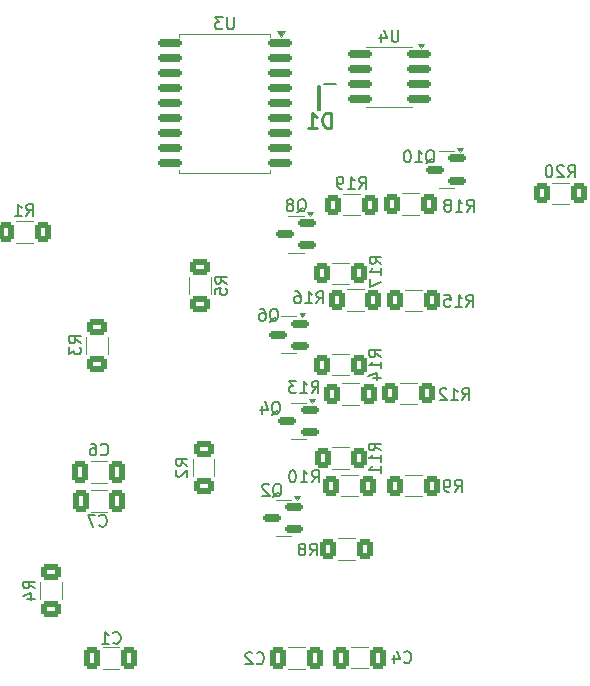
<source format=gbr>
%TF.GenerationSoftware,KiCad,Pcbnew,8.0.1-rc1*%
%TF.CreationDate,2024-06-22T18:18:56-07:00*%
%TF.ProjectId,AMS - CANBus - RGB - Nchannel,414d5320-2d20-4434-914e-427573202d20,rev?*%
%TF.SameCoordinates,Original*%
%TF.FileFunction,Legend,Bot*%
%TF.FilePolarity,Positive*%
%FSLAX46Y46*%
G04 Gerber Fmt 4.6, Leading zero omitted, Abs format (unit mm)*
G04 Created by KiCad (PCBNEW 8.0.1-rc1) date 2024-06-22 18:18:56*
%MOMM*%
%LPD*%
G01*
G04 APERTURE LIST*
G04 Aperture macros list*
%AMRoundRect*
0 Rectangle with rounded corners*
0 $1 Rounding radius*
0 $2 $3 $4 $5 $6 $7 $8 $9 X,Y pos of 4 corners*
0 Add a 4 corners polygon primitive as box body*
4,1,4,$2,$3,$4,$5,$6,$7,$8,$9,$2,$3,0*
0 Add four circle primitives for the rounded corners*
1,1,$1+$1,$2,$3*
1,1,$1+$1,$4,$5*
1,1,$1+$1,$6,$7*
1,1,$1+$1,$8,$9*
0 Add four rect primitives between the rounded corners*
20,1,$1+$1,$2,$3,$4,$5,0*
20,1,$1+$1,$4,$5,$6,$7,0*
20,1,$1+$1,$6,$7,$8,$9,0*
20,1,$1+$1,$8,$9,$2,$3,0*%
G04 Aperture macros list end*
%ADD10C,0.150000*%
%ADD11C,0.254000*%
%ADD12C,0.120000*%
%ADD13C,0.200000*%
%ADD14R,1.920000X1.920000*%
%ADD15C,1.920000*%
%ADD16C,1.600000*%
%ADD17O,1.600000X1.600000*%
%ADD18R,2.200000X2.200000*%
%ADD19O,2.200000X2.200000*%
%ADD20C,2.200000*%
%ADD21R,2.600000X2.600000*%
%ADD22C,2.600000*%
%ADD23R,1.700000X1.700000*%
%ADD24O,1.700000X1.700000*%
%ADD25C,2.400000*%
%ADD26R,1.150000X1.150000*%
%ADD27C,1.150000*%
%ADD28R,1.600000X1.600000*%
%ADD29C,1.500000*%
%ADD30R,1.500000X1.500000*%
%ADD31RoundRect,0.250000X0.400000X0.625000X-0.400000X0.625000X-0.400000X-0.625000X0.400000X-0.625000X0*%
%ADD32RoundRect,0.250000X-0.412500X-0.650000X0.412500X-0.650000X0.412500X0.650000X-0.412500X0.650000X0*%
%ADD33RoundRect,0.150000X0.825000X0.150000X-0.825000X0.150000X-0.825000X-0.150000X0.825000X-0.150000X0*%
%ADD34RoundRect,0.150000X0.587500X0.150000X-0.587500X0.150000X-0.587500X-0.150000X0.587500X-0.150000X0*%
%ADD35RoundRect,0.250000X-0.625000X0.400000X-0.625000X-0.400000X0.625000X-0.400000X0.625000X0.400000X0*%
%ADD36RoundRect,0.250000X0.412500X0.650000X-0.412500X0.650000X-0.412500X-0.650000X0.412500X-0.650000X0*%
%ADD37RoundRect,0.150000X0.875000X0.150000X-0.875000X0.150000X-0.875000X-0.150000X0.875000X-0.150000X0*%
%ADD38RoundRect,0.250000X0.625000X-0.400000X0.625000X0.400000X-0.625000X0.400000X-0.625000X-0.400000X0*%
%ADD39R,1.000000X0.550000*%
G04 APERTURE END LIST*
D10*
X175862457Y-76472719D02*
X176195790Y-75996528D01*
X176433885Y-76472719D02*
X176433885Y-75472719D01*
X176433885Y-75472719D02*
X176052933Y-75472719D01*
X176052933Y-75472719D02*
X175957695Y-75520338D01*
X175957695Y-75520338D02*
X175910076Y-75567957D01*
X175910076Y-75567957D02*
X175862457Y-75663195D01*
X175862457Y-75663195D02*
X175862457Y-75806052D01*
X175862457Y-75806052D02*
X175910076Y-75901290D01*
X175910076Y-75901290D02*
X175957695Y-75948909D01*
X175957695Y-75948909D02*
X176052933Y-75996528D01*
X176052933Y-75996528D02*
X176433885Y-75996528D01*
X175481504Y-75567957D02*
X175433885Y-75520338D01*
X175433885Y-75520338D02*
X175338647Y-75472719D01*
X175338647Y-75472719D02*
X175100552Y-75472719D01*
X175100552Y-75472719D02*
X175005314Y-75520338D01*
X175005314Y-75520338D02*
X174957695Y-75567957D01*
X174957695Y-75567957D02*
X174910076Y-75663195D01*
X174910076Y-75663195D02*
X174910076Y-75758433D01*
X174910076Y-75758433D02*
X174957695Y-75901290D01*
X174957695Y-75901290D02*
X175529123Y-76472719D01*
X175529123Y-76472719D02*
X174910076Y-76472719D01*
X174291028Y-75472719D02*
X174195790Y-75472719D01*
X174195790Y-75472719D02*
X174100552Y-75520338D01*
X174100552Y-75520338D02*
X174052933Y-75567957D01*
X174052933Y-75567957D02*
X174005314Y-75663195D01*
X174005314Y-75663195D02*
X173957695Y-75853671D01*
X173957695Y-75853671D02*
X173957695Y-76091766D01*
X173957695Y-76091766D02*
X174005314Y-76282242D01*
X174005314Y-76282242D02*
X174052933Y-76377480D01*
X174052933Y-76377480D02*
X174100552Y-76425100D01*
X174100552Y-76425100D02*
X174195790Y-76472719D01*
X174195790Y-76472719D02*
X174291028Y-76472719D01*
X174291028Y-76472719D02*
X174386266Y-76425100D01*
X174386266Y-76425100D02*
X174433885Y-76377480D01*
X174433885Y-76377480D02*
X174481504Y-76282242D01*
X174481504Y-76282242D02*
X174529123Y-76091766D01*
X174529123Y-76091766D02*
X174529123Y-75853671D01*
X174529123Y-75853671D02*
X174481504Y-75663195D01*
X174481504Y-75663195D02*
X174433885Y-75567957D01*
X174433885Y-75567957D02*
X174386266Y-75520338D01*
X174386266Y-75520338D02*
X174291028Y-75472719D01*
X154556466Y-87149201D02*
X154889799Y-86673010D01*
X155127894Y-87149201D02*
X155127894Y-86149201D01*
X155127894Y-86149201D02*
X154746942Y-86149201D01*
X154746942Y-86149201D02*
X154651704Y-86196820D01*
X154651704Y-86196820D02*
X154604085Y-86244439D01*
X154604085Y-86244439D02*
X154556466Y-86339677D01*
X154556466Y-86339677D02*
X154556466Y-86482534D01*
X154556466Y-86482534D02*
X154604085Y-86577772D01*
X154604085Y-86577772D02*
X154651704Y-86625391D01*
X154651704Y-86625391D02*
X154746942Y-86673010D01*
X154746942Y-86673010D02*
X155127894Y-86673010D01*
X153604085Y-87149201D02*
X154175513Y-87149201D01*
X153889799Y-87149201D02*
X153889799Y-86149201D01*
X153889799Y-86149201D02*
X153985037Y-86292058D01*
X153985037Y-86292058D02*
X154080275Y-86387296D01*
X154080275Y-86387296D02*
X154175513Y-86434915D01*
X152746942Y-86149201D02*
X152937418Y-86149201D01*
X152937418Y-86149201D02*
X153032656Y-86196820D01*
X153032656Y-86196820D02*
X153080275Y-86244439D01*
X153080275Y-86244439D02*
X153175513Y-86387296D01*
X153175513Y-86387296D02*
X153223132Y-86577772D01*
X153223132Y-86577772D02*
X153223132Y-86958724D01*
X153223132Y-86958724D02*
X153175513Y-87053962D01*
X153175513Y-87053962D02*
X153127894Y-87101582D01*
X153127894Y-87101582D02*
X153032656Y-87149201D01*
X153032656Y-87149201D02*
X152842180Y-87149201D01*
X152842180Y-87149201D02*
X152746942Y-87101582D01*
X152746942Y-87101582D02*
X152699323Y-87053962D01*
X152699323Y-87053962D02*
X152651704Y-86958724D01*
X152651704Y-86958724D02*
X152651704Y-86720629D01*
X152651704Y-86720629D02*
X152699323Y-86625391D01*
X152699323Y-86625391D02*
X152746942Y-86577772D01*
X152746942Y-86577772D02*
X152842180Y-86530153D01*
X152842180Y-86530153D02*
X153032656Y-86530153D01*
X153032656Y-86530153D02*
X153127894Y-86577772D01*
X153127894Y-86577772D02*
X153175513Y-86625391D01*
X153175513Y-86625391D02*
X153223132Y-86720629D01*
X166895029Y-95346774D02*
X167228362Y-94870583D01*
X167466457Y-95346774D02*
X167466457Y-94346774D01*
X167466457Y-94346774D02*
X167085505Y-94346774D01*
X167085505Y-94346774D02*
X166990267Y-94394393D01*
X166990267Y-94394393D02*
X166942648Y-94442012D01*
X166942648Y-94442012D02*
X166895029Y-94537250D01*
X166895029Y-94537250D02*
X166895029Y-94680107D01*
X166895029Y-94680107D02*
X166942648Y-94775345D01*
X166942648Y-94775345D02*
X166990267Y-94822964D01*
X166990267Y-94822964D02*
X167085505Y-94870583D01*
X167085505Y-94870583D02*
X167466457Y-94870583D01*
X165942648Y-95346774D02*
X166514076Y-95346774D01*
X166228362Y-95346774D02*
X166228362Y-94346774D01*
X166228362Y-94346774D02*
X166323600Y-94489631D01*
X166323600Y-94489631D02*
X166418838Y-94584869D01*
X166418838Y-94584869D02*
X166514076Y-94632488D01*
X165561695Y-94442012D02*
X165514076Y-94394393D01*
X165514076Y-94394393D02*
X165418838Y-94346774D01*
X165418838Y-94346774D02*
X165180743Y-94346774D01*
X165180743Y-94346774D02*
X165085505Y-94394393D01*
X165085505Y-94394393D02*
X165037886Y-94442012D01*
X165037886Y-94442012D02*
X164990267Y-94537250D01*
X164990267Y-94537250D02*
X164990267Y-94632488D01*
X164990267Y-94632488D02*
X165037886Y-94775345D01*
X165037886Y-94775345D02*
X165609314Y-95346774D01*
X165609314Y-95346774D02*
X164990267Y-95346774D01*
X160002384Y-91703204D02*
X159526193Y-91369871D01*
X160002384Y-91131776D02*
X159002384Y-91131776D01*
X159002384Y-91131776D02*
X159002384Y-91512728D01*
X159002384Y-91512728D02*
X159050003Y-91607966D01*
X159050003Y-91607966D02*
X159097622Y-91655585D01*
X159097622Y-91655585D02*
X159192860Y-91703204D01*
X159192860Y-91703204D02*
X159335717Y-91703204D01*
X159335717Y-91703204D02*
X159430955Y-91655585D01*
X159430955Y-91655585D02*
X159478574Y-91607966D01*
X159478574Y-91607966D02*
X159526193Y-91512728D01*
X159526193Y-91512728D02*
X159526193Y-91131776D01*
X160002384Y-92655585D02*
X160002384Y-92084157D01*
X160002384Y-92369871D02*
X159002384Y-92369871D01*
X159002384Y-92369871D02*
X159145241Y-92274633D01*
X159145241Y-92274633D02*
X159240479Y-92179395D01*
X159240479Y-92179395D02*
X159288098Y-92084157D01*
X159335717Y-93512728D02*
X160002384Y-93512728D01*
X158954765Y-93274633D02*
X159669050Y-93036538D01*
X159669050Y-93036538D02*
X159669050Y-93655585D01*
X158161057Y-77431619D02*
X158494390Y-76955428D01*
X158732485Y-77431619D02*
X158732485Y-76431619D01*
X158732485Y-76431619D02*
X158351533Y-76431619D01*
X158351533Y-76431619D02*
X158256295Y-76479238D01*
X158256295Y-76479238D02*
X158208676Y-76526857D01*
X158208676Y-76526857D02*
X158161057Y-76622095D01*
X158161057Y-76622095D02*
X158161057Y-76764952D01*
X158161057Y-76764952D02*
X158208676Y-76860190D01*
X158208676Y-76860190D02*
X158256295Y-76907809D01*
X158256295Y-76907809D02*
X158351533Y-76955428D01*
X158351533Y-76955428D02*
X158732485Y-76955428D01*
X157208676Y-77431619D02*
X157780104Y-77431619D01*
X157494390Y-77431619D02*
X157494390Y-76431619D01*
X157494390Y-76431619D02*
X157589628Y-76574476D01*
X157589628Y-76574476D02*
X157684866Y-76669714D01*
X157684866Y-76669714D02*
X157780104Y-76717333D01*
X156732485Y-77431619D02*
X156542009Y-77431619D01*
X156542009Y-77431619D02*
X156446771Y-77384000D01*
X156446771Y-77384000D02*
X156399152Y-77336380D01*
X156399152Y-77336380D02*
X156303914Y-77193523D01*
X156303914Y-77193523D02*
X156256295Y-77003047D01*
X156256295Y-77003047D02*
X156256295Y-76622095D01*
X156256295Y-76622095D02*
X156303914Y-76526857D01*
X156303914Y-76526857D02*
X156351533Y-76479238D01*
X156351533Y-76479238D02*
X156446771Y-76431619D01*
X156446771Y-76431619D02*
X156637247Y-76431619D01*
X156637247Y-76431619D02*
X156732485Y-76479238D01*
X156732485Y-76479238D02*
X156780104Y-76526857D01*
X156780104Y-76526857D02*
X156827723Y-76622095D01*
X156827723Y-76622095D02*
X156827723Y-76860190D01*
X156827723Y-76860190D02*
X156780104Y-76955428D01*
X156780104Y-76955428D02*
X156732485Y-77003047D01*
X156732485Y-77003047D02*
X156637247Y-77050666D01*
X156637247Y-77050666D02*
X156446771Y-77050666D01*
X156446771Y-77050666D02*
X156351533Y-77003047D01*
X156351533Y-77003047D02*
X156303914Y-76955428D01*
X156303914Y-76955428D02*
X156256295Y-76860190D01*
X149496712Y-117604797D02*
X149544331Y-117652417D01*
X149544331Y-117652417D02*
X149687188Y-117700036D01*
X149687188Y-117700036D02*
X149782426Y-117700036D01*
X149782426Y-117700036D02*
X149925283Y-117652417D01*
X149925283Y-117652417D02*
X150020521Y-117557178D01*
X150020521Y-117557178D02*
X150068140Y-117461940D01*
X150068140Y-117461940D02*
X150115759Y-117271464D01*
X150115759Y-117271464D02*
X150115759Y-117128607D01*
X150115759Y-117128607D02*
X150068140Y-116938131D01*
X150068140Y-116938131D02*
X150020521Y-116842893D01*
X150020521Y-116842893D02*
X149925283Y-116747655D01*
X149925283Y-116747655D02*
X149782426Y-116700036D01*
X149782426Y-116700036D02*
X149687188Y-116700036D01*
X149687188Y-116700036D02*
X149544331Y-116747655D01*
X149544331Y-116747655D02*
X149496712Y-116795274D01*
X149115759Y-116795274D02*
X149068140Y-116747655D01*
X149068140Y-116747655D02*
X148972902Y-116700036D01*
X148972902Y-116700036D02*
X148734807Y-116700036D01*
X148734807Y-116700036D02*
X148639569Y-116747655D01*
X148639569Y-116747655D02*
X148591950Y-116795274D01*
X148591950Y-116795274D02*
X148544331Y-116890512D01*
X148544331Y-116890512D02*
X148544331Y-116985750D01*
X148544331Y-116985750D02*
X148591950Y-117128607D01*
X148591950Y-117128607D02*
X149163378Y-117700036D01*
X149163378Y-117700036D02*
X148544331Y-117700036D01*
X161490204Y-64028719D02*
X161490204Y-64838242D01*
X161490204Y-64838242D02*
X161442585Y-64933480D01*
X161442585Y-64933480D02*
X161394966Y-64981100D01*
X161394966Y-64981100D02*
X161299728Y-65028719D01*
X161299728Y-65028719D02*
X161109252Y-65028719D01*
X161109252Y-65028719D02*
X161014014Y-64981100D01*
X161014014Y-64981100D02*
X160966395Y-64933480D01*
X160966395Y-64933480D02*
X160918776Y-64838242D01*
X160918776Y-64838242D02*
X160918776Y-64028719D01*
X160014014Y-64362052D02*
X160014014Y-65028719D01*
X160252109Y-63981100D02*
X160490204Y-64695385D01*
X160490204Y-64695385D02*
X159871157Y-64695385D01*
X129980966Y-79764119D02*
X130314299Y-79287928D01*
X130552394Y-79764119D02*
X130552394Y-78764119D01*
X130552394Y-78764119D02*
X130171442Y-78764119D01*
X130171442Y-78764119D02*
X130076204Y-78811738D01*
X130076204Y-78811738D02*
X130028585Y-78859357D01*
X130028585Y-78859357D02*
X129980966Y-78954595D01*
X129980966Y-78954595D02*
X129980966Y-79097452D01*
X129980966Y-79097452D02*
X130028585Y-79192690D01*
X130028585Y-79192690D02*
X130076204Y-79240309D01*
X130076204Y-79240309D02*
X130171442Y-79287928D01*
X130171442Y-79287928D02*
X130552394Y-79287928D01*
X129028585Y-79764119D02*
X129600013Y-79764119D01*
X129314299Y-79764119D02*
X129314299Y-78764119D01*
X129314299Y-78764119D02*
X129409537Y-78906976D01*
X129409537Y-78906976D02*
X129504775Y-79002214D01*
X129504775Y-79002214D02*
X129600013Y-79049833D01*
X167288856Y-79378936D02*
X167622189Y-78902745D01*
X167860284Y-79378936D02*
X167860284Y-78378936D01*
X167860284Y-78378936D02*
X167479332Y-78378936D01*
X167479332Y-78378936D02*
X167384094Y-78426555D01*
X167384094Y-78426555D02*
X167336475Y-78474174D01*
X167336475Y-78474174D02*
X167288856Y-78569412D01*
X167288856Y-78569412D02*
X167288856Y-78712269D01*
X167288856Y-78712269D02*
X167336475Y-78807507D01*
X167336475Y-78807507D02*
X167384094Y-78855126D01*
X167384094Y-78855126D02*
X167479332Y-78902745D01*
X167479332Y-78902745D02*
X167860284Y-78902745D01*
X166336475Y-79378936D02*
X166907903Y-79378936D01*
X166622189Y-79378936D02*
X166622189Y-78378936D01*
X166622189Y-78378936D02*
X166717427Y-78521793D01*
X166717427Y-78521793D02*
X166812665Y-78617031D01*
X166812665Y-78617031D02*
X166907903Y-78664650D01*
X165765046Y-78807507D02*
X165860284Y-78759888D01*
X165860284Y-78759888D02*
X165907903Y-78712269D01*
X165907903Y-78712269D02*
X165955522Y-78617031D01*
X165955522Y-78617031D02*
X165955522Y-78569412D01*
X165955522Y-78569412D02*
X165907903Y-78474174D01*
X165907903Y-78474174D02*
X165860284Y-78426555D01*
X165860284Y-78426555D02*
X165765046Y-78378936D01*
X165765046Y-78378936D02*
X165574570Y-78378936D01*
X165574570Y-78378936D02*
X165479332Y-78426555D01*
X165479332Y-78426555D02*
X165431713Y-78474174D01*
X165431713Y-78474174D02*
X165384094Y-78569412D01*
X165384094Y-78569412D02*
X165384094Y-78617031D01*
X165384094Y-78617031D02*
X165431713Y-78712269D01*
X165431713Y-78712269D02*
X165479332Y-78759888D01*
X165479332Y-78759888D02*
X165574570Y-78807507D01*
X165574570Y-78807507D02*
X165765046Y-78807507D01*
X165765046Y-78807507D02*
X165860284Y-78855126D01*
X165860284Y-78855126D02*
X165907903Y-78902745D01*
X165907903Y-78902745D02*
X165955522Y-78997983D01*
X165955522Y-78997983D02*
X165955522Y-79188459D01*
X165955522Y-79188459D02*
X165907903Y-79283697D01*
X165907903Y-79283697D02*
X165860284Y-79331317D01*
X165860284Y-79331317D02*
X165765046Y-79378936D01*
X165765046Y-79378936D02*
X165574570Y-79378936D01*
X165574570Y-79378936D02*
X165479332Y-79331317D01*
X165479332Y-79331317D02*
X165431713Y-79283697D01*
X165431713Y-79283697D02*
X165384094Y-79188459D01*
X165384094Y-79188459D02*
X165384094Y-78997983D01*
X165384094Y-78997983D02*
X165431713Y-78902745D01*
X165431713Y-78902745D02*
X165479332Y-78855126D01*
X165479332Y-78855126D02*
X165574570Y-78807507D01*
X150589047Y-88702857D02*
X150684285Y-88655238D01*
X150684285Y-88655238D02*
X150779523Y-88560000D01*
X150779523Y-88560000D02*
X150922380Y-88417142D01*
X150922380Y-88417142D02*
X151017618Y-88369523D01*
X151017618Y-88369523D02*
X151112856Y-88369523D01*
X151065237Y-88607619D02*
X151160475Y-88560000D01*
X151160475Y-88560000D02*
X151255713Y-88464761D01*
X151255713Y-88464761D02*
X151303332Y-88274285D01*
X151303332Y-88274285D02*
X151303332Y-87940952D01*
X151303332Y-87940952D02*
X151255713Y-87750476D01*
X151255713Y-87750476D02*
X151160475Y-87655238D01*
X151160475Y-87655238D02*
X151065237Y-87607619D01*
X151065237Y-87607619D02*
X150874761Y-87607619D01*
X150874761Y-87607619D02*
X150779523Y-87655238D01*
X150779523Y-87655238D02*
X150684285Y-87750476D01*
X150684285Y-87750476D02*
X150636666Y-87940952D01*
X150636666Y-87940952D02*
X150636666Y-88274285D01*
X150636666Y-88274285D02*
X150684285Y-88464761D01*
X150684285Y-88464761D02*
X150779523Y-88560000D01*
X150779523Y-88560000D02*
X150874761Y-88607619D01*
X150874761Y-88607619D02*
X151065237Y-88607619D01*
X149779523Y-87607619D02*
X149969999Y-87607619D01*
X149969999Y-87607619D02*
X150065237Y-87655238D01*
X150065237Y-87655238D02*
X150112856Y-87702857D01*
X150112856Y-87702857D02*
X150208094Y-87845714D01*
X150208094Y-87845714D02*
X150255713Y-88036190D01*
X150255713Y-88036190D02*
X150255713Y-88417142D01*
X150255713Y-88417142D02*
X150208094Y-88512380D01*
X150208094Y-88512380D02*
X150160475Y-88560000D01*
X150160475Y-88560000D02*
X150065237Y-88607619D01*
X150065237Y-88607619D02*
X149874761Y-88607619D01*
X149874761Y-88607619D02*
X149779523Y-88560000D01*
X149779523Y-88560000D02*
X149731904Y-88512380D01*
X149731904Y-88512380D02*
X149684285Y-88417142D01*
X149684285Y-88417142D02*
X149684285Y-88179047D01*
X149684285Y-88179047D02*
X149731904Y-88083809D01*
X149731904Y-88083809D02*
X149779523Y-88036190D01*
X149779523Y-88036190D02*
X149874761Y-87988571D01*
X149874761Y-87988571D02*
X150065237Y-87988571D01*
X150065237Y-87988571D02*
X150160475Y-88036190D01*
X150160475Y-88036190D02*
X150208094Y-88083809D01*
X150208094Y-88083809D02*
X150255713Y-88179047D01*
X130731219Y-111295633D02*
X130255028Y-110962300D01*
X130731219Y-110724205D02*
X129731219Y-110724205D01*
X129731219Y-110724205D02*
X129731219Y-111105157D01*
X129731219Y-111105157D02*
X129778838Y-111200395D01*
X129778838Y-111200395D02*
X129826457Y-111248014D01*
X129826457Y-111248014D02*
X129921695Y-111295633D01*
X129921695Y-111295633D02*
X130064552Y-111295633D01*
X130064552Y-111295633D02*
X130159790Y-111248014D01*
X130159790Y-111248014D02*
X130207409Y-111200395D01*
X130207409Y-111200395D02*
X130255028Y-111105157D01*
X130255028Y-111105157D02*
X130255028Y-110724205D01*
X130064552Y-112152776D02*
X130731219Y-112152776D01*
X129683600Y-111914681D02*
X130397885Y-111676586D01*
X130397885Y-111676586D02*
X130397885Y-112295633D01*
X152934338Y-79443357D02*
X153029576Y-79395738D01*
X153029576Y-79395738D02*
X153124814Y-79300500D01*
X153124814Y-79300500D02*
X153267671Y-79157642D01*
X153267671Y-79157642D02*
X153362909Y-79110023D01*
X153362909Y-79110023D02*
X153458147Y-79110023D01*
X153410528Y-79348119D02*
X153505766Y-79300500D01*
X153505766Y-79300500D02*
X153601004Y-79205261D01*
X153601004Y-79205261D02*
X153648623Y-79014785D01*
X153648623Y-79014785D02*
X153648623Y-78681452D01*
X153648623Y-78681452D02*
X153601004Y-78490976D01*
X153601004Y-78490976D02*
X153505766Y-78395738D01*
X153505766Y-78395738D02*
X153410528Y-78348119D01*
X153410528Y-78348119D02*
X153220052Y-78348119D01*
X153220052Y-78348119D02*
X153124814Y-78395738D01*
X153124814Y-78395738D02*
X153029576Y-78490976D01*
X153029576Y-78490976D02*
X152981957Y-78681452D01*
X152981957Y-78681452D02*
X152981957Y-79014785D01*
X152981957Y-79014785D02*
X153029576Y-79205261D01*
X153029576Y-79205261D02*
X153124814Y-79300500D01*
X153124814Y-79300500D02*
X153220052Y-79348119D01*
X153220052Y-79348119D02*
X153410528Y-79348119D01*
X152410528Y-78776690D02*
X152505766Y-78729071D01*
X152505766Y-78729071D02*
X152553385Y-78681452D01*
X152553385Y-78681452D02*
X152601004Y-78586214D01*
X152601004Y-78586214D02*
X152601004Y-78538595D01*
X152601004Y-78538595D02*
X152553385Y-78443357D01*
X152553385Y-78443357D02*
X152505766Y-78395738D01*
X152505766Y-78395738D02*
X152410528Y-78348119D01*
X152410528Y-78348119D02*
X152220052Y-78348119D01*
X152220052Y-78348119D02*
X152124814Y-78395738D01*
X152124814Y-78395738D02*
X152077195Y-78443357D01*
X152077195Y-78443357D02*
X152029576Y-78538595D01*
X152029576Y-78538595D02*
X152029576Y-78586214D01*
X152029576Y-78586214D02*
X152077195Y-78681452D01*
X152077195Y-78681452D02*
X152124814Y-78729071D01*
X152124814Y-78729071D02*
X152220052Y-78776690D01*
X152220052Y-78776690D02*
X152410528Y-78776690D01*
X152410528Y-78776690D02*
X152505766Y-78824309D01*
X152505766Y-78824309D02*
X152553385Y-78871928D01*
X152553385Y-78871928D02*
X152601004Y-78967166D01*
X152601004Y-78967166D02*
X152601004Y-79157642D01*
X152601004Y-79157642D02*
X152553385Y-79252880D01*
X152553385Y-79252880D02*
X152505766Y-79300500D01*
X152505766Y-79300500D02*
X152410528Y-79348119D01*
X152410528Y-79348119D02*
X152220052Y-79348119D01*
X152220052Y-79348119D02*
X152124814Y-79300500D01*
X152124814Y-79300500D02*
X152077195Y-79252880D01*
X152077195Y-79252880D02*
X152029576Y-79157642D01*
X152029576Y-79157642D02*
X152029576Y-78967166D01*
X152029576Y-78967166D02*
X152077195Y-78871928D01*
X152077195Y-78871928D02*
X152124814Y-78824309D01*
X152124814Y-78824309D02*
X152220052Y-78776690D01*
X161974520Y-117522879D02*
X162022139Y-117570499D01*
X162022139Y-117570499D02*
X162164996Y-117618118D01*
X162164996Y-117618118D02*
X162260234Y-117618118D01*
X162260234Y-117618118D02*
X162403091Y-117570499D01*
X162403091Y-117570499D02*
X162498329Y-117475260D01*
X162498329Y-117475260D02*
X162545948Y-117380022D01*
X162545948Y-117380022D02*
X162593567Y-117189546D01*
X162593567Y-117189546D02*
X162593567Y-117046689D01*
X162593567Y-117046689D02*
X162545948Y-116856213D01*
X162545948Y-116856213D02*
X162498329Y-116760975D01*
X162498329Y-116760975D02*
X162403091Y-116665737D01*
X162403091Y-116665737D02*
X162260234Y-116618118D01*
X162260234Y-116618118D02*
X162164996Y-116618118D01*
X162164996Y-116618118D02*
X162022139Y-116665737D01*
X162022139Y-116665737D02*
X161974520Y-116713356D01*
X161117377Y-116951451D02*
X161117377Y-117618118D01*
X161355472Y-116570499D02*
X161593567Y-117284784D01*
X161593567Y-117284784D02*
X160974520Y-117284784D01*
X147567004Y-62941819D02*
X147567004Y-63751342D01*
X147567004Y-63751342D02*
X147519385Y-63846580D01*
X147519385Y-63846580D02*
X147471766Y-63894200D01*
X147471766Y-63894200D02*
X147376528Y-63941819D01*
X147376528Y-63941819D02*
X147186052Y-63941819D01*
X147186052Y-63941819D02*
X147090814Y-63894200D01*
X147090814Y-63894200D02*
X147043195Y-63846580D01*
X147043195Y-63846580D02*
X146995576Y-63751342D01*
X146995576Y-63751342D02*
X146995576Y-62941819D01*
X146614623Y-62941819D02*
X145995576Y-62941819D01*
X145995576Y-62941819D02*
X146328909Y-63322771D01*
X146328909Y-63322771D02*
X146186052Y-63322771D01*
X146186052Y-63322771D02*
X146090814Y-63370390D01*
X146090814Y-63370390D02*
X146043195Y-63418009D01*
X146043195Y-63418009D02*
X145995576Y-63513247D01*
X145995576Y-63513247D02*
X145995576Y-63751342D01*
X145995576Y-63751342D02*
X146043195Y-63846580D01*
X146043195Y-63846580D02*
X146090814Y-63894200D01*
X146090814Y-63894200D02*
X146186052Y-63941819D01*
X146186052Y-63941819D02*
X146471766Y-63941819D01*
X146471766Y-63941819D02*
X146567004Y-63894200D01*
X146567004Y-63894200D02*
X146614623Y-63846580D01*
X146977819Y-85480133D02*
X146501628Y-85146800D01*
X146977819Y-84908705D02*
X145977819Y-84908705D01*
X145977819Y-84908705D02*
X145977819Y-85289657D01*
X145977819Y-85289657D02*
X146025438Y-85384895D01*
X146025438Y-85384895D02*
X146073057Y-85432514D01*
X146073057Y-85432514D02*
X146168295Y-85480133D01*
X146168295Y-85480133D02*
X146311152Y-85480133D01*
X146311152Y-85480133D02*
X146406390Y-85432514D01*
X146406390Y-85432514D02*
X146454009Y-85384895D01*
X146454009Y-85384895D02*
X146501628Y-85289657D01*
X146501628Y-85289657D02*
X146501628Y-84908705D01*
X145977819Y-86384895D02*
X145977819Y-85908705D01*
X145977819Y-85908705D02*
X146454009Y-85861086D01*
X146454009Y-85861086D02*
X146406390Y-85908705D01*
X146406390Y-85908705D02*
X146358771Y-86003943D01*
X146358771Y-86003943D02*
X146358771Y-86242038D01*
X146358771Y-86242038D02*
X146406390Y-86337276D01*
X146406390Y-86337276D02*
X146454009Y-86384895D01*
X146454009Y-86384895D02*
X146549247Y-86432514D01*
X146549247Y-86432514D02*
X146787342Y-86432514D01*
X146787342Y-86432514D02*
X146882580Y-86384895D01*
X146882580Y-86384895D02*
X146930200Y-86337276D01*
X146930200Y-86337276D02*
X146977819Y-86242038D01*
X146977819Y-86242038D02*
X146977819Y-86003943D01*
X146977819Y-86003943D02*
X146930200Y-85908705D01*
X146930200Y-85908705D02*
X146882580Y-85861086D01*
X134607819Y-90532033D02*
X134131628Y-90198700D01*
X134607819Y-89960605D02*
X133607819Y-89960605D01*
X133607819Y-89960605D02*
X133607819Y-90341557D01*
X133607819Y-90341557D02*
X133655438Y-90436795D01*
X133655438Y-90436795D02*
X133703057Y-90484414D01*
X133703057Y-90484414D02*
X133798295Y-90532033D01*
X133798295Y-90532033D02*
X133941152Y-90532033D01*
X133941152Y-90532033D02*
X134036390Y-90484414D01*
X134036390Y-90484414D02*
X134084009Y-90436795D01*
X134084009Y-90436795D02*
X134131628Y-90341557D01*
X134131628Y-90341557D02*
X134131628Y-89960605D01*
X133607819Y-90865367D02*
X133607819Y-91484414D01*
X133607819Y-91484414D02*
X133988771Y-91151081D01*
X133988771Y-91151081D02*
X133988771Y-91293938D01*
X133988771Y-91293938D02*
X134036390Y-91389176D01*
X134036390Y-91389176D02*
X134084009Y-91436795D01*
X134084009Y-91436795D02*
X134179247Y-91484414D01*
X134179247Y-91484414D02*
X134417342Y-91484414D01*
X134417342Y-91484414D02*
X134512580Y-91436795D01*
X134512580Y-91436795D02*
X134560200Y-91389176D01*
X134560200Y-91389176D02*
X134607819Y-91293938D01*
X134607819Y-91293938D02*
X134607819Y-91008224D01*
X134607819Y-91008224D02*
X134560200Y-90912986D01*
X134560200Y-90912986D02*
X134512580Y-90865367D01*
X167254911Y-87425755D02*
X167588244Y-86949564D01*
X167826339Y-87425755D02*
X167826339Y-86425755D01*
X167826339Y-86425755D02*
X167445387Y-86425755D01*
X167445387Y-86425755D02*
X167350149Y-86473374D01*
X167350149Y-86473374D02*
X167302530Y-86520993D01*
X167302530Y-86520993D02*
X167254911Y-86616231D01*
X167254911Y-86616231D02*
X167254911Y-86759088D01*
X167254911Y-86759088D02*
X167302530Y-86854326D01*
X167302530Y-86854326D02*
X167350149Y-86901945D01*
X167350149Y-86901945D02*
X167445387Y-86949564D01*
X167445387Y-86949564D02*
X167826339Y-86949564D01*
X166302530Y-87425755D02*
X166873958Y-87425755D01*
X166588244Y-87425755D02*
X166588244Y-86425755D01*
X166588244Y-86425755D02*
X166683482Y-86568612D01*
X166683482Y-86568612D02*
X166778720Y-86663850D01*
X166778720Y-86663850D02*
X166873958Y-86711469D01*
X165397768Y-86425755D02*
X165873958Y-86425755D01*
X165873958Y-86425755D02*
X165921577Y-86901945D01*
X165921577Y-86901945D02*
X165873958Y-86854326D01*
X165873958Y-86854326D02*
X165778720Y-86806707D01*
X165778720Y-86806707D02*
X165540625Y-86806707D01*
X165540625Y-86806707D02*
X165445387Y-86854326D01*
X165445387Y-86854326D02*
X165397768Y-86901945D01*
X165397768Y-86901945D02*
X165350149Y-86997183D01*
X165350149Y-86997183D02*
X165350149Y-87235278D01*
X165350149Y-87235278D02*
X165397768Y-87330516D01*
X165397768Y-87330516D02*
X165445387Y-87378136D01*
X165445387Y-87378136D02*
X165540625Y-87425755D01*
X165540625Y-87425755D02*
X165778720Y-87425755D01*
X165778720Y-87425755D02*
X165873958Y-87378136D01*
X165873958Y-87378136D02*
X165921577Y-87330516D01*
X137354254Y-115871040D02*
X137401873Y-115918660D01*
X137401873Y-115918660D02*
X137544730Y-115966279D01*
X137544730Y-115966279D02*
X137639968Y-115966279D01*
X137639968Y-115966279D02*
X137782825Y-115918660D01*
X137782825Y-115918660D02*
X137878063Y-115823421D01*
X137878063Y-115823421D02*
X137925682Y-115728183D01*
X137925682Y-115728183D02*
X137973301Y-115537707D01*
X137973301Y-115537707D02*
X137973301Y-115394850D01*
X137973301Y-115394850D02*
X137925682Y-115204374D01*
X137925682Y-115204374D02*
X137878063Y-115109136D01*
X137878063Y-115109136D02*
X137782825Y-115013898D01*
X137782825Y-115013898D02*
X137639968Y-114966279D01*
X137639968Y-114966279D02*
X137544730Y-114966279D01*
X137544730Y-114966279D02*
X137401873Y-115013898D01*
X137401873Y-115013898D02*
X137354254Y-115061517D01*
X136401873Y-115966279D02*
X136973301Y-115966279D01*
X136687587Y-115966279D02*
X136687587Y-114966279D01*
X136687587Y-114966279D02*
X136782825Y-115109136D01*
X136782825Y-115109136D02*
X136878063Y-115204374D01*
X136878063Y-115204374D02*
X136973301Y-115251993D01*
X143630419Y-100892333D02*
X143154228Y-100559000D01*
X143630419Y-100320905D02*
X142630419Y-100320905D01*
X142630419Y-100320905D02*
X142630419Y-100701857D01*
X142630419Y-100701857D02*
X142678038Y-100797095D01*
X142678038Y-100797095D02*
X142725657Y-100844714D01*
X142725657Y-100844714D02*
X142820895Y-100892333D01*
X142820895Y-100892333D02*
X142963752Y-100892333D01*
X142963752Y-100892333D02*
X143058990Y-100844714D01*
X143058990Y-100844714D02*
X143106609Y-100797095D01*
X143106609Y-100797095D02*
X143154228Y-100701857D01*
X143154228Y-100701857D02*
X143154228Y-100320905D01*
X142725657Y-101273286D02*
X142678038Y-101320905D01*
X142678038Y-101320905D02*
X142630419Y-101416143D01*
X142630419Y-101416143D02*
X142630419Y-101654238D01*
X142630419Y-101654238D02*
X142678038Y-101749476D01*
X142678038Y-101749476D02*
X142725657Y-101797095D01*
X142725657Y-101797095D02*
X142820895Y-101844714D01*
X142820895Y-101844714D02*
X142916133Y-101844714D01*
X142916133Y-101844714D02*
X143058990Y-101797095D01*
X143058990Y-101797095D02*
X143630419Y-101225667D01*
X143630419Y-101225667D02*
X143630419Y-101844714D01*
X166277922Y-103096410D02*
X166611255Y-102620219D01*
X166849350Y-103096410D02*
X166849350Y-102096410D01*
X166849350Y-102096410D02*
X166468398Y-102096410D01*
X166468398Y-102096410D02*
X166373160Y-102144029D01*
X166373160Y-102144029D02*
X166325541Y-102191648D01*
X166325541Y-102191648D02*
X166277922Y-102286886D01*
X166277922Y-102286886D02*
X166277922Y-102429743D01*
X166277922Y-102429743D02*
X166325541Y-102524981D01*
X166325541Y-102524981D02*
X166373160Y-102572600D01*
X166373160Y-102572600D02*
X166468398Y-102620219D01*
X166468398Y-102620219D02*
X166849350Y-102620219D01*
X165801731Y-103096410D02*
X165611255Y-103096410D01*
X165611255Y-103096410D02*
X165516017Y-103048791D01*
X165516017Y-103048791D02*
X165468398Y-103001171D01*
X165468398Y-103001171D02*
X165373160Y-102858314D01*
X165373160Y-102858314D02*
X165325541Y-102667838D01*
X165325541Y-102667838D02*
X165325541Y-102286886D01*
X165325541Y-102286886D02*
X165373160Y-102191648D01*
X165373160Y-102191648D02*
X165420779Y-102144029D01*
X165420779Y-102144029D02*
X165516017Y-102096410D01*
X165516017Y-102096410D02*
X165706493Y-102096410D01*
X165706493Y-102096410D02*
X165801731Y-102144029D01*
X165801731Y-102144029D02*
X165849350Y-102191648D01*
X165849350Y-102191648D02*
X165896969Y-102286886D01*
X165896969Y-102286886D02*
X165896969Y-102524981D01*
X165896969Y-102524981D02*
X165849350Y-102620219D01*
X165849350Y-102620219D02*
X165801731Y-102667838D01*
X165801731Y-102667838D02*
X165706493Y-102715457D01*
X165706493Y-102715457D02*
X165516017Y-102715457D01*
X165516017Y-102715457D02*
X165420779Y-102667838D01*
X165420779Y-102667838D02*
X165373160Y-102620219D01*
X165373160Y-102620219D02*
X165325541Y-102524981D01*
X154003402Y-108494255D02*
X154336735Y-108018064D01*
X154574830Y-108494255D02*
X154574830Y-107494255D01*
X154574830Y-107494255D02*
X154193878Y-107494255D01*
X154193878Y-107494255D02*
X154098640Y-107541874D01*
X154098640Y-107541874D02*
X154051021Y-107589493D01*
X154051021Y-107589493D02*
X154003402Y-107684731D01*
X154003402Y-107684731D02*
X154003402Y-107827588D01*
X154003402Y-107827588D02*
X154051021Y-107922826D01*
X154051021Y-107922826D02*
X154098640Y-107970445D01*
X154098640Y-107970445D02*
X154193878Y-108018064D01*
X154193878Y-108018064D02*
X154574830Y-108018064D01*
X153431973Y-107922826D02*
X153527211Y-107875207D01*
X153527211Y-107875207D02*
X153574830Y-107827588D01*
X153574830Y-107827588D02*
X153622449Y-107732350D01*
X153622449Y-107732350D02*
X153622449Y-107684731D01*
X153622449Y-107684731D02*
X153574830Y-107589493D01*
X153574830Y-107589493D02*
X153527211Y-107541874D01*
X153527211Y-107541874D02*
X153431973Y-107494255D01*
X153431973Y-107494255D02*
X153241497Y-107494255D01*
X153241497Y-107494255D02*
X153146259Y-107541874D01*
X153146259Y-107541874D02*
X153098640Y-107589493D01*
X153098640Y-107589493D02*
X153051021Y-107684731D01*
X153051021Y-107684731D02*
X153051021Y-107732350D01*
X153051021Y-107732350D02*
X153098640Y-107827588D01*
X153098640Y-107827588D02*
X153146259Y-107875207D01*
X153146259Y-107875207D02*
X153241497Y-107922826D01*
X153241497Y-107922826D02*
X153431973Y-107922826D01*
X153431973Y-107922826D02*
X153527211Y-107970445D01*
X153527211Y-107970445D02*
X153574830Y-108018064D01*
X153574830Y-108018064D02*
X153622449Y-108113302D01*
X153622449Y-108113302D02*
X153622449Y-108303778D01*
X153622449Y-108303778D02*
X153574830Y-108399016D01*
X153574830Y-108399016D02*
X153527211Y-108446636D01*
X153527211Y-108446636D02*
X153431973Y-108494255D01*
X153431973Y-108494255D02*
X153241497Y-108494255D01*
X153241497Y-108494255D02*
X153146259Y-108446636D01*
X153146259Y-108446636D02*
X153098640Y-108399016D01*
X153098640Y-108399016D02*
X153051021Y-108303778D01*
X153051021Y-108303778D02*
X153051021Y-108113302D01*
X153051021Y-108113302D02*
X153098640Y-108018064D01*
X153098640Y-108018064D02*
X153146259Y-107970445D01*
X153146259Y-107970445D02*
X153241497Y-107922826D01*
X154149410Y-94749651D02*
X154482743Y-94273460D01*
X154720838Y-94749651D02*
X154720838Y-93749651D01*
X154720838Y-93749651D02*
X154339886Y-93749651D01*
X154339886Y-93749651D02*
X154244648Y-93797270D01*
X154244648Y-93797270D02*
X154197029Y-93844889D01*
X154197029Y-93844889D02*
X154149410Y-93940127D01*
X154149410Y-93940127D02*
X154149410Y-94082984D01*
X154149410Y-94082984D02*
X154197029Y-94178222D01*
X154197029Y-94178222D02*
X154244648Y-94225841D01*
X154244648Y-94225841D02*
X154339886Y-94273460D01*
X154339886Y-94273460D02*
X154720838Y-94273460D01*
X153197029Y-94749651D02*
X153768457Y-94749651D01*
X153482743Y-94749651D02*
X153482743Y-93749651D01*
X153482743Y-93749651D02*
X153577981Y-93892508D01*
X153577981Y-93892508D02*
X153673219Y-93987746D01*
X153673219Y-93987746D02*
X153768457Y-94035365D01*
X152863695Y-93749651D02*
X152244648Y-93749651D01*
X152244648Y-93749651D02*
X152577981Y-94130603D01*
X152577981Y-94130603D02*
X152435124Y-94130603D01*
X152435124Y-94130603D02*
X152339886Y-94178222D01*
X152339886Y-94178222D02*
X152292267Y-94225841D01*
X152292267Y-94225841D02*
X152244648Y-94321079D01*
X152244648Y-94321079D02*
X152244648Y-94559174D01*
X152244648Y-94559174D02*
X152292267Y-94654412D01*
X152292267Y-94654412D02*
X152339886Y-94702032D01*
X152339886Y-94702032D02*
X152435124Y-94749651D01*
X152435124Y-94749651D02*
X152720838Y-94749651D01*
X152720838Y-94749651D02*
X152816076Y-94702032D01*
X152816076Y-94702032D02*
X152863695Y-94654412D01*
X154161149Y-102291755D02*
X154494482Y-101815564D01*
X154732577Y-102291755D02*
X154732577Y-101291755D01*
X154732577Y-101291755D02*
X154351625Y-101291755D01*
X154351625Y-101291755D02*
X154256387Y-101339374D01*
X154256387Y-101339374D02*
X154208768Y-101386993D01*
X154208768Y-101386993D02*
X154161149Y-101482231D01*
X154161149Y-101482231D02*
X154161149Y-101625088D01*
X154161149Y-101625088D02*
X154208768Y-101720326D01*
X154208768Y-101720326D02*
X154256387Y-101767945D01*
X154256387Y-101767945D02*
X154351625Y-101815564D01*
X154351625Y-101815564D02*
X154732577Y-101815564D01*
X153208768Y-102291755D02*
X153780196Y-102291755D01*
X153494482Y-102291755D02*
X153494482Y-101291755D01*
X153494482Y-101291755D02*
X153589720Y-101434612D01*
X153589720Y-101434612D02*
X153684958Y-101529850D01*
X153684958Y-101529850D02*
X153780196Y-101577469D01*
X152589720Y-101291755D02*
X152494482Y-101291755D01*
X152494482Y-101291755D02*
X152399244Y-101339374D01*
X152399244Y-101339374D02*
X152351625Y-101386993D01*
X152351625Y-101386993D02*
X152304006Y-101482231D01*
X152304006Y-101482231D02*
X152256387Y-101672707D01*
X152256387Y-101672707D02*
X152256387Y-101910802D01*
X152256387Y-101910802D02*
X152304006Y-102101278D01*
X152304006Y-102101278D02*
X152351625Y-102196516D01*
X152351625Y-102196516D02*
X152399244Y-102244136D01*
X152399244Y-102244136D02*
X152494482Y-102291755D01*
X152494482Y-102291755D02*
X152589720Y-102291755D01*
X152589720Y-102291755D02*
X152684958Y-102244136D01*
X152684958Y-102244136D02*
X152732577Y-102196516D01*
X152732577Y-102196516D02*
X152780196Y-102101278D01*
X152780196Y-102101278D02*
X152827815Y-101910802D01*
X152827815Y-101910802D02*
X152827815Y-101672707D01*
X152827815Y-101672707D02*
X152780196Y-101482231D01*
X152780196Y-101482231D02*
X152732577Y-101386993D01*
X152732577Y-101386993D02*
X152684958Y-101339374D01*
X152684958Y-101339374D02*
X152589720Y-101291755D01*
X159984223Y-99611048D02*
X159508032Y-99277715D01*
X159984223Y-99039620D02*
X158984223Y-99039620D01*
X158984223Y-99039620D02*
X158984223Y-99420572D01*
X158984223Y-99420572D02*
X159031842Y-99515810D01*
X159031842Y-99515810D02*
X159079461Y-99563429D01*
X159079461Y-99563429D02*
X159174699Y-99611048D01*
X159174699Y-99611048D02*
X159317556Y-99611048D01*
X159317556Y-99611048D02*
X159412794Y-99563429D01*
X159412794Y-99563429D02*
X159460413Y-99515810D01*
X159460413Y-99515810D02*
X159508032Y-99420572D01*
X159508032Y-99420572D02*
X159508032Y-99039620D01*
X159984223Y-100563429D02*
X159984223Y-99992001D01*
X159984223Y-100277715D02*
X158984223Y-100277715D01*
X158984223Y-100277715D02*
X159127080Y-100182477D01*
X159127080Y-100182477D02*
X159222318Y-100087239D01*
X159222318Y-100087239D02*
X159269937Y-99992001D01*
X159984223Y-101515810D02*
X159984223Y-100944382D01*
X159984223Y-101230096D02*
X158984223Y-101230096D01*
X158984223Y-101230096D02*
X159127080Y-101134858D01*
X159127080Y-101134858D02*
X159222318Y-101039620D01*
X159222318Y-101039620D02*
X159269937Y-100944382D01*
X163820465Y-75301875D02*
X163915703Y-75254256D01*
X163915703Y-75254256D02*
X164010941Y-75159018D01*
X164010941Y-75159018D02*
X164153798Y-75016160D01*
X164153798Y-75016160D02*
X164249036Y-74968541D01*
X164249036Y-74968541D02*
X164344274Y-74968541D01*
X164296655Y-75206637D02*
X164391893Y-75159018D01*
X164391893Y-75159018D02*
X164487131Y-75063779D01*
X164487131Y-75063779D02*
X164534750Y-74873303D01*
X164534750Y-74873303D02*
X164534750Y-74539970D01*
X164534750Y-74539970D02*
X164487131Y-74349494D01*
X164487131Y-74349494D02*
X164391893Y-74254256D01*
X164391893Y-74254256D02*
X164296655Y-74206637D01*
X164296655Y-74206637D02*
X164106179Y-74206637D01*
X164106179Y-74206637D02*
X164010941Y-74254256D01*
X164010941Y-74254256D02*
X163915703Y-74349494D01*
X163915703Y-74349494D02*
X163868084Y-74539970D01*
X163868084Y-74539970D02*
X163868084Y-74873303D01*
X163868084Y-74873303D02*
X163915703Y-75063779D01*
X163915703Y-75063779D02*
X164010941Y-75159018D01*
X164010941Y-75159018D02*
X164106179Y-75206637D01*
X164106179Y-75206637D02*
X164296655Y-75206637D01*
X162915703Y-75206637D02*
X163487131Y-75206637D01*
X163201417Y-75206637D02*
X163201417Y-74206637D01*
X163201417Y-74206637D02*
X163296655Y-74349494D01*
X163296655Y-74349494D02*
X163391893Y-74444732D01*
X163391893Y-74444732D02*
X163487131Y-74492351D01*
X162296655Y-74206637D02*
X162201417Y-74206637D01*
X162201417Y-74206637D02*
X162106179Y-74254256D01*
X162106179Y-74254256D02*
X162058560Y-74301875D01*
X162058560Y-74301875D02*
X162010941Y-74397113D01*
X162010941Y-74397113D02*
X161963322Y-74587589D01*
X161963322Y-74587589D02*
X161963322Y-74825684D01*
X161963322Y-74825684D02*
X162010941Y-75016160D01*
X162010941Y-75016160D02*
X162058560Y-75111398D01*
X162058560Y-75111398D02*
X162106179Y-75159018D01*
X162106179Y-75159018D02*
X162201417Y-75206637D01*
X162201417Y-75206637D02*
X162296655Y-75206637D01*
X162296655Y-75206637D02*
X162391893Y-75159018D01*
X162391893Y-75159018D02*
X162439512Y-75111398D01*
X162439512Y-75111398D02*
X162487131Y-75016160D01*
X162487131Y-75016160D02*
X162534750Y-74825684D01*
X162534750Y-74825684D02*
X162534750Y-74587589D01*
X162534750Y-74587589D02*
X162487131Y-74397113D01*
X162487131Y-74397113D02*
X162439512Y-74301875D01*
X162439512Y-74301875D02*
X162391893Y-74254256D01*
X162391893Y-74254256D02*
X162296655Y-74206637D01*
X136175538Y-105960547D02*
X136223157Y-106008167D01*
X136223157Y-106008167D02*
X136366014Y-106055786D01*
X136366014Y-106055786D02*
X136461252Y-106055786D01*
X136461252Y-106055786D02*
X136604109Y-106008167D01*
X136604109Y-106008167D02*
X136699347Y-105912928D01*
X136699347Y-105912928D02*
X136746966Y-105817690D01*
X136746966Y-105817690D02*
X136794585Y-105627214D01*
X136794585Y-105627214D02*
X136794585Y-105484357D01*
X136794585Y-105484357D02*
X136746966Y-105293881D01*
X136746966Y-105293881D02*
X136699347Y-105198643D01*
X136699347Y-105198643D02*
X136604109Y-105103405D01*
X136604109Y-105103405D02*
X136461252Y-105055786D01*
X136461252Y-105055786D02*
X136366014Y-105055786D01*
X136366014Y-105055786D02*
X136223157Y-105103405D01*
X136223157Y-105103405D02*
X136175538Y-105151024D01*
X135842204Y-105055786D02*
X135175538Y-105055786D01*
X135175538Y-105055786D02*
X135604109Y-106055786D01*
D11*
X155787683Y-72290749D02*
X155787683Y-71020749D01*
X155787683Y-71020749D02*
X155485302Y-71020749D01*
X155485302Y-71020749D02*
X155303873Y-71081225D01*
X155303873Y-71081225D02*
X155182921Y-71202177D01*
X155182921Y-71202177D02*
X155122444Y-71323130D01*
X155122444Y-71323130D02*
X155061968Y-71565034D01*
X155061968Y-71565034D02*
X155061968Y-71746463D01*
X155061968Y-71746463D02*
X155122444Y-71988368D01*
X155122444Y-71988368D02*
X155182921Y-72109320D01*
X155182921Y-72109320D02*
X155303873Y-72230273D01*
X155303873Y-72230273D02*
X155485302Y-72290749D01*
X155485302Y-72290749D02*
X155787683Y-72290749D01*
X153852444Y-72290749D02*
X154578159Y-72290749D01*
X154215302Y-72290749D02*
X154215302Y-71020749D01*
X154215302Y-71020749D02*
X154336254Y-71202177D01*
X154336254Y-71202177D02*
X154457206Y-71323130D01*
X154457206Y-71323130D02*
X154578159Y-71383606D01*
D10*
X136305966Y-99941380D02*
X136353585Y-99989000D01*
X136353585Y-99989000D02*
X136496442Y-100036619D01*
X136496442Y-100036619D02*
X136591680Y-100036619D01*
X136591680Y-100036619D02*
X136734537Y-99989000D01*
X136734537Y-99989000D02*
X136829775Y-99893761D01*
X136829775Y-99893761D02*
X136877394Y-99798523D01*
X136877394Y-99798523D02*
X136925013Y-99608047D01*
X136925013Y-99608047D02*
X136925013Y-99465190D01*
X136925013Y-99465190D02*
X136877394Y-99274714D01*
X136877394Y-99274714D02*
X136829775Y-99179476D01*
X136829775Y-99179476D02*
X136734537Y-99084238D01*
X136734537Y-99084238D02*
X136591680Y-99036619D01*
X136591680Y-99036619D02*
X136496442Y-99036619D01*
X136496442Y-99036619D02*
X136353585Y-99084238D01*
X136353585Y-99084238D02*
X136305966Y-99131857D01*
X135448823Y-99036619D02*
X135639299Y-99036619D01*
X135639299Y-99036619D02*
X135734537Y-99084238D01*
X135734537Y-99084238D02*
X135782156Y-99131857D01*
X135782156Y-99131857D02*
X135877394Y-99274714D01*
X135877394Y-99274714D02*
X135925013Y-99465190D01*
X135925013Y-99465190D02*
X135925013Y-99846142D01*
X135925013Y-99846142D02*
X135877394Y-99941380D01*
X135877394Y-99941380D02*
X135829775Y-99989000D01*
X135829775Y-99989000D02*
X135734537Y-100036619D01*
X135734537Y-100036619D02*
X135544061Y-100036619D01*
X135544061Y-100036619D02*
X135448823Y-99989000D01*
X135448823Y-99989000D02*
X135401204Y-99941380D01*
X135401204Y-99941380D02*
X135353585Y-99846142D01*
X135353585Y-99846142D02*
X135353585Y-99608047D01*
X135353585Y-99608047D02*
X135401204Y-99512809D01*
X135401204Y-99512809D02*
X135448823Y-99465190D01*
X135448823Y-99465190D02*
X135544061Y-99417571D01*
X135544061Y-99417571D02*
X135734537Y-99417571D01*
X135734537Y-99417571D02*
X135829775Y-99465190D01*
X135829775Y-99465190D02*
X135877394Y-99512809D01*
X135877394Y-99512809D02*
X135925013Y-99608047D01*
X150870122Y-103539808D02*
X150965360Y-103492189D01*
X150965360Y-103492189D02*
X151060598Y-103396951D01*
X151060598Y-103396951D02*
X151203455Y-103254093D01*
X151203455Y-103254093D02*
X151298693Y-103206474D01*
X151298693Y-103206474D02*
X151393931Y-103206474D01*
X151346312Y-103444570D02*
X151441550Y-103396951D01*
X151441550Y-103396951D02*
X151536788Y-103301712D01*
X151536788Y-103301712D02*
X151584407Y-103111236D01*
X151584407Y-103111236D02*
X151584407Y-102777903D01*
X151584407Y-102777903D02*
X151536788Y-102587427D01*
X151536788Y-102587427D02*
X151441550Y-102492189D01*
X151441550Y-102492189D02*
X151346312Y-102444570D01*
X151346312Y-102444570D02*
X151155836Y-102444570D01*
X151155836Y-102444570D02*
X151060598Y-102492189D01*
X151060598Y-102492189D02*
X150965360Y-102587427D01*
X150965360Y-102587427D02*
X150917741Y-102777903D01*
X150917741Y-102777903D02*
X150917741Y-103111236D01*
X150917741Y-103111236D02*
X150965360Y-103301712D01*
X150965360Y-103301712D02*
X151060598Y-103396951D01*
X151060598Y-103396951D02*
X151155836Y-103444570D01*
X151155836Y-103444570D02*
X151346312Y-103444570D01*
X150536788Y-102539808D02*
X150489169Y-102492189D01*
X150489169Y-102492189D02*
X150393931Y-102444570D01*
X150393931Y-102444570D02*
X150155836Y-102444570D01*
X150155836Y-102444570D02*
X150060598Y-102492189D01*
X150060598Y-102492189D02*
X150012979Y-102539808D01*
X150012979Y-102539808D02*
X149965360Y-102635046D01*
X149965360Y-102635046D02*
X149965360Y-102730284D01*
X149965360Y-102730284D02*
X150012979Y-102873141D01*
X150012979Y-102873141D02*
X150584407Y-103444570D01*
X150584407Y-103444570D02*
X149965360Y-103444570D01*
X150760301Y-96579874D02*
X150855539Y-96532255D01*
X150855539Y-96532255D02*
X150950777Y-96437017D01*
X150950777Y-96437017D02*
X151093634Y-96294159D01*
X151093634Y-96294159D02*
X151188872Y-96246540D01*
X151188872Y-96246540D02*
X151284110Y-96246540D01*
X151236491Y-96484636D02*
X151331729Y-96437017D01*
X151331729Y-96437017D02*
X151426967Y-96341778D01*
X151426967Y-96341778D02*
X151474586Y-96151302D01*
X151474586Y-96151302D02*
X151474586Y-95817969D01*
X151474586Y-95817969D02*
X151426967Y-95627493D01*
X151426967Y-95627493D02*
X151331729Y-95532255D01*
X151331729Y-95532255D02*
X151236491Y-95484636D01*
X151236491Y-95484636D02*
X151046015Y-95484636D01*
X151046015Y-95484636D02*
X150950777Y-95532255D01*
X150950777Y-95532255D02*
X150855539Y-95627493D01*
X150855539Y-95627493D02*
X150807920Y-95817969D01*
X150807920Y-95817969D02*
X150807920Y-96151302D01*
X150807920Y-96151302D02*
X150855539Y-96341778D01*
X150855539Y-96341778D02*
X150950777Y-96437017D01*
X150950777Y-96437017D02*
X151046015Y-96484636D01*
X151046015Y-96484636D02*
X151236491Y-96484636D01*
X149950777Y-95817969D02*
X149950777Y-96484636D01*
X150188872Y-95437017D02*
X150426967Y-96151302D01*
X150426967Y-96151302D02*
X149807920Y-96151302D01*
X160052313Y-83805697D02*
X159576122Y-83472364D01*
X160052313Y-83234269D02*
X159052313Y-83234269D01*
X159052313Y-83234269D02*
X159052313Y-83615221D01*
X159052313Y-83615221D02*
X159099932Y-83710459D01*
X159099932Y-83710459D02*
X159147551Y-83758078D01*
X159147551Y-83758078D02*
X159242789Y-83805697D01*
X159242789Y-83805697D02*
X159385646Y-83805697D01*
X159385646Y-83805697D02*
X159480884Y-83758078D01*
X159480884Y-83758078D02*
X159528503Y-83710459D01*
X159528503Y-83710459D02*
X159576122Y-83615221D01*
X159576122Y-83615221D02*
X159576122Y-83234269D01*
X160052313Y-84758078D02*
X160052313Y-84186650D01*
X160052313Y-84472364D02*
X159052313Y-84472364D01*
X159052313Y-84472364D02*
X159195170Y-84377126D01*
X159195170Y-84377126D02*
X159290408Y-84281888D01*
X159290408Y-84281888D02*
X159338027Y-84186650D01*
X159052313Y-85091412D02*
X159052313Y-85758078D01*
X159052313Y-85758078D02*
X160052313Y-85329507D01*
D12*
%TO.C,R20*%
X174492536Y-76927900D02*
X175946664Y-76927900D01*
X174492536Y-78747900D02*
X175946664Y-78747900D01*
%TO.C,R16*%
X157109236Y-85960400D02*
X158563364Y-85960400D01*
X157109236Y-87780400D02*
X158563364Y-87780400D01*
%TO.C,R12*%
X161640136Y-93868800D02*
X163094264Y-93868800D01*
X161640136Y-95688800D02*
X163094264Y-95688800D01*
%TO.C,R14*%
X155885936Y-91433800D02*
X157340064Y-91433800D01*
X155885936Y-93253800D02*
X157340064Y-93253800D01*
%TO.C,R19*%
X156791136Y-77886800D02*
X158245264Y-77886800D01*
X156791136Y-79706800D02*
X158245264Y-79706800D01*
%TO.C,C2*%
X153546952Y-116274300D02*
X152124448Y-116274300D01*
X153546952Y-118094300D02*
X152124448Y-118094300D01*
%TO.C,U4*%
X158778300Y-65413900D02*
X160728300Y-65413900D01*
X158778300Y-70533900D02*
X160728300Y-70533900D01*
X162678300Y-65413900D02*
X160728300Y-65413900D01*
X162678300Y-70533900D02*
X160728300Y-70533900D01*
X163428300Y-65508900D02*
X163188300Y-65178900D01*
X163668300Y-65178900D01*
X163428300Y-65508900D01*
G36*
X163428300Y-65508900D02*
G01*
X163188300Y-65178900D01*
X163668300Y-65178900D01*
X163428300Y-65508900D01*
G37*
%TO.C,R1*%
X129087236Y-80219300D02*
X130541364Y-80219300D01*
X129087236Y-82039300D02*
X130541364Y-82039300D01*
%TO.C,R18*%
X161769936Y-77849100D02*
X163224064Y-77849100D01*
X161769936Y-79669100D02*
X163224064Y-79669100D01*
%TO.C,Q6*%
X151553700Y-88252400D02*
X152203700Y-88252400D01*
X151553700Y-91372400D02*
X152203700Y-91372400D01*
X152853700Y-88252400D02*
X152203700Y-88252400D01*
X152853700Y-91372400D02*
X152203700Y-91372400D01*
X153366200Y-88302400D02*
X153126200Y-87972400D01*
X153606200Y-87972400D01*
X153366200Y-88302400D01*
G36*
X153366200Y-88302400D02*
G01*
X153126200Y-87972400D01*
X153606200Y-87972400D01*
X153366200Y-88302400D01*
G37*
%TO.C,R4*%
X131186400Y-112189364D02*
X131186400Y-110735236D01*
X133006400Y-112189364D02*
X133006400Y-110735236D01*
%TO.C,Q8*%
X152189100Y-79733300D02*
X152839100Y-79733300D01*
X152189100Y-82853300D02*
X152839100Y-82853300D01*
X153489100Y-79733300D02*
X152839100Y-79733300D01*
X153489100Y-82853300D02*
X152839100Y-82853300D01*
X154001600Y-79783300D02*
X153761600Y-79453300D01*
X154241600Y-79453300D01*
X154001600Y-79783300D01*
G36*
X154001600Y-79783300D02*
G01*
X153761600Y-79453300D01*
X154241600Y-79453300D01*
X154001600Y-79783300D01*
G37*
%TO.C,C4*%
X157501948Y-116249400D02*
X158924452Y-116249400D01*
X157501948Y-118069400D02*
X158924452Y-118069400D01*
%TO.C,U3*%
X142945100Y-64322000D02*
X146805100Y-64322000D01*
X142945100Y-64567000D02*
X142945100Y-64322000D01*
X142945100Y-75847000D02*
X142945100Y-76092000D01*
X142945100Y-76092000D02*
X146805100Y-76092000D01*
X150665100Y-64322000D02*
X146805100Y-64322000D01*
X150665100Y-64567000D02*
X150665100Y-64322000D01*
X150665100Y-75847000D02*
X150665100Y-76092000D01*
X150665100Y-76092000D02*
X146805100Y-76092000D01*
X151517600Y-64567000D02*
X151177600Y-64097000D01*
X151857600Y-64097000D01*
X151517600Y-64567000D01*
G36*
X151517600Y-64567000D02*
G01*
X151177600Y-64097000D01*
X151857600Y-64097000D01*
X151517600Y-64567000D01*
G37*
%TO.C,R5*%
X143793000Y-84919736D02*
X143793000Y-86373864D01*
X145613000Y-84919736D02*
X145613000Y-86373864D01*
%TO.C,R3*%
X135063000Y-91425764D02*
X135063000Y-89971636D01*
X136883000Y-91425764D02*
X136883000Y-89971636D01*
%TO.C,R15*%
X162037736Y-85985500D02*
X163491864Y-85985500D01*
X162037736Y-87805500D02*
X163491864Y-87805500D01*
%TO.C,C1*%
X136443348Y-116289700D02*
X137865852Y-116289700D01*
X136443348Y-118109700D02*
X137865852Y-118109700D01*
%TO.C,R2*%
X144085600Y-101786064D02*
X144085600Y-100331936D01*
X145905600Y-101786064D02*
X145905600Y-100331936D01*
%TO.C,R9*%
X162022036Y-101681300D02*
X163476164Y-101681300D01*
X162022036Y-103501300D02*
X163476164Y-103501300D01*
%TO.C,R8*%
X156353436Y-107054000D02*
X157807564Y-107054000D01*
X156353436Y-108874000D02*
X157807564Y-108874000D01*
%TO.C,R13*%
X156699036Y-93906600D02*
X158153164Y-93906600D01*
X156699036Y-95726600D02*
X158153164Y-95726600D01*
%TO.C,R10*%
X156613336Y-101681300D02*
X158067464Y-101681300D01*
X156613336Y-103501300D02*
X158067464Y-103501300D01*
%TO.C,R11*%
X155900836Y-99359500D02*
X157354964Y-99359500D01*
X155900836Y-101179500D02*
X157354964Y-101179500D01*
%TO.C,Q10*%
X164902200Y-74271200D02*
X165552200Y-74271200D01*
X164902200Y-77391200D02*
X165552200Y-77391200D01*
X166202200Y-74271200D02*
X165552200Y-74271200D01*
X166202200Y-77391200D02*
X165552200Y-77391200D01*
X166714700Y-74321200D02*
X166474700Y-73991200D01*
X166954700Y-73991200D01*
X166714700Y-74321200D01*
G36*
X166714700Y-74321200D02*
G01*
X166474700Y-73991200D01*
X166954700Y-73991200D01*
X166714700Y-74321200D01*
G37*
%TO.C,C7*%
X135431748Y-102991700D02*
X136854252Y-102991700D01*
X135431748Y-104811700D02*
X136854252Y-104811700D01*
D13*
%TO.C,D1*%
X154687000Y-68755000D02*
X154887000Y-68755000D01*
X154687000Y-70755000D02*
X154687000Y-68755000D01*
X154887000Y-68755000D02*
X154887000Y-70755000D01*
X154887000Y-70755000D02*
X154687000Y-70755000D01*
X155237000Y-68580000D02*
X156237000Y-68580000D01*
D12*
%TO.C,C6*%
X135428048Y-100521800D02*
X136850552Y-100521800D01*
X135428048Y-102341800D02*
X136850552Y-102341800D01*
%TO.C,Q2*%
X151108100Y-103763800D02*
X151758100Y-103763800D01*
X151108100Y-106883800D02*
X151758100Y-106883800D01*
X152408100Y-103763800D02*
X151758100Y-103763800D01*
X152408100Y-106883800D02*
X151758100Y-106883800D01*
X152920600Y-103813800D02*
X152680600Y-103483800D01*
X153160600Y-103483800D01*
X152920600Y-103813800D01*
G36*
X152920600Y-103813800D02*
G01*
X152680600Y-103483800D01*
X153160600Y-103483800D01*
X152920600Y-103813800D01*
G37*
%TO.C,Q4*%
X152388900Y-95555100D02*
X153038900Y-95555100D01*
X152388900Y-98675100D02*
X153038900Y-98675100D01*
X153688900Y-95555100D02*
X153038900Y-95555100D01*
X153688900Y-98675100D02*
X153038900Y-98675100D01*
X154201400Y-95605100D02*
X153961400Y-95275100D01*
X154441400Y-95275100D01*
X154201400Y-95605100D01*
G36*
X154201400Y-95605100D02*
G01*
X153961400Y-95275100D01*
X154441400Y-95275100D01*
X154201400Y-95605100D01*
G37*
%TO.C,R17*%
X155885936Y-83714300D02*
X157340064Y-83714300D01*
X155885936Y-85534300D02*
X157340064Y-85534300D01*
%TD*%
%LPC*%
D14*
%TO.C,Q3*%
X157029900Y-104966800D03*
D15*
X159569900Y-104966800D03*
X162109900Y-104966800D03*
%TD*%
D14*
%TO.C,Q5*%
X157029900Y-97215700D03*
D15*
X159569900Y-97215700D03*
X162109900Y-97215700D03*
%TD*%
D16*
%TO.C,R7*%
X139116100Y-58260700D03*
D17*
X141656100Y-58260700D03*
%TD*%
D18*
%TO.C,D2*%
X170632200Y-75831200D03*
D19*
X160472200Y-75831200D03*
%TD*%
D18*
%TO.C,J1*%
X154748000Y-66384800D03*
D20*
X154748000Y-63844800D03*
X154748000Y-61304800D03*
X154748000Y-58764800D03*
%TD*%
D21*
%TO.C,J2*%
X171594600Y-102105600D03*
D22*
X171594600Y-97025600D03*
X171594600Y-91945600D03*
X171594600Y-86865600D03*
X171594600Y-81785600D03*
%TD*%
D16*
%TO.C,NTC1*%
X135965600Y-94809500D03*
D17*
X135965600Y-97349500D03*
%TD*%
D14*
%TO.C,Q7*%
X156961400Y-89326400D03*
D15*
X159501400Y-89326400D03*
X162041400Y-89326400D03*
%TD*%
D23*
%TO.C,J3*%
X146254600Y-120744200D03*
D24*
X143714600Y-120744200D03*
X141174600Y-120744200D03*
X138634600Y-120744200D03*
X136094600Y-120744200D03*
X133554600Y-120744200D03*
%TD*%
D25*
%TO.C,U5*%
X134999500Y-70018000D03*
X134999500Y-73418000D03*
X125079500Y-70018000D03*
X125079500Y-73418000D03*
%TD*%
D26*
%TO.C,Z1*%
X162430500Y-107964000D03*
D27*
X151730500Y-107964000D03*
%TD*%
D16*
%TO.C,R6*%
X161933600Y-72318900D03*
D17*
X159393600Y-72318900D03*
%TD*%
D14*
%TO.C,Q9*%
X156916800Y-81600400D03*
D15*
X159456800Y-81600400D03*
X161996800Y-81600400D03*
%TD*%
D23*
%TO.C,Powerboard1*%
X130976300Y-92602600D03*
D24*
X130976300Y-90062600D03*
X130976300Y-87522600D03*
%TD*%
D26*
%TO.C,Z2*%
X161977900Y-100269500D03*
D27*
X151277900Y-100269500D03*
%TD*%
D28*
%TO.C,U2*%
X140929500Y-81761800D03*
D17*
X140929500Y-84301800D03*
X140929500Y-86841800D03*
X140929500Y-89381800D03*
X140929500Y-91921800D03*
X140929500Y-94461800D03*
X140929500Y-97001800D03*
X140929500Y-99541800D03*
X140929500Y-102081800D03*
X140929500Y-104621800D03*
X140929500Y-107161800D03*
X140929500Y-109701800D03*
X140929500Y-112241800D03*
X140929500Y-114781800D03*
X148549500Y-114781800D03*
X148549500Y-112241800D03*
X148549500Y-109701800D03*
X148549500Y-107161800D03*
X148549500Y-104621800D03*
X148549500Y-102081800D03*
X148549500Y-99541800D03*
X148549500Y-97001800D03*
X148549500Y-94461800D03*
X148549500Y-91921800D03*
X148549500Y-89381800D03*
X148549500Y-86841800D03*
X148549500Y-84301800D03*
X148549500Y-81761800D03*
%TD*%
D23*
%TO.C,J5*%
X139049600Y-61738500D03*
D24*
X141589600Y-61738500D03*
%TD*%
D14*
%TO.C,Q1*%
X136586000Y-84423600D03*
D15*
X136586000Y-81883600D03*
X136586000Y-79343600D03*
%TD*%
D29*
%TO.C,Y2*%
X153203400Y-112099600D03*
X158083400Y-112099600D03*
%TD*%
D30*
%TO.C,Reset1*%
X135385300Y-113752500D03*
D29*
X128885300Y-113752500D03*
X135385300Y-109252500D03*
X128885300Y-109252500D03*
%TD*%
%TO.C,Y1*%
X153178500Y-121354000D03*
X158058500Y-121354000D03*
%TD*%
D26*
%TO.C,Z4*%
X161963000Y-84624300D03*
D27*
X151263000Y-84624300D03*
%TD*%
D26*
%TO.C,Z3*%
X161963000Y-92343800D03*
D27*
X151263000Y-92343800D03*
%TD*%
D31*
%TO.C,R20*%
X176769600Y-77837900D03*
X173669600Y-77837900D03*
%TD*%
%TO.C,R16*%
X159386300Y-86870400D03*
X156286300Y-86870400D03*
%TD*%
%TO.C,R12*%
X163917200Y-94778800D03*
X160817200Y-94778800D03*
%TD*%
%TO.C,R14*%
X158163000Y-92343800D03*
X155063000Y-92343800D03*
%TD*%
%TO.C,R19*%
X159068200Y-78796800D03*
X155968200Y-78796800D03*
%TD*%
D32*
%TO.C,C2*%
X151273200Y-117184300D03*
X154398200Y-117184300D03*
%TD*%
D33*
%TO.C,U4*%
X163203300Y-66068900D03*
X163203300Y-67338900D03*
X163203300Y-68608900D03*
X163203300Y-69878900D03*
X158253300Y-69878900D03*
X158253300Y-68608900D03*
X158253300Y-67338900D03*
X158253300Y-66068900D03*
%TD*%
D31*
%TO.C,R1*%
X131364300Y-81129300D03*
X128264300Y-81129300D03*
%TD*%
%TO.C,R18*%
X164047000Y-78759100D03*
X160947000Y-78759100D03*
%TD*%
D34*
%TO.C,Q6*%
X153141200Y-88862400D03*
X153141200Y-90762400D03*
X151266200Y-89812400D03*
%TD*%
D35*
%TO.C,R4*%
X132096400Y-109912300D03*
X132096400Y-113012300D03*
%TD*%
D34*
%TO.C,Q8*%
X153776600Y-80343300D03*
X153776600Y-82243300D03*
X151901600Y-81293300D03*
%TD*%
D36*
%TO.C,C4*%
X159775700Y-117159400D03*
X156650700Y-117159400D03*
%TD*%
D37*
%TO.C,U3*%
X151455100Y-65127000D03*
X151455100Y-66397000D03*
X151455100Y-67667000D03*
X151455100Y-68937000D03*
X151455100Y-70207000D03*
X151455100Y-71477000D03*
X151455100Y-72747000D03*
X151455100Y-74017000D03*
X151455100Y-75287000D03*
X142155100Y-75287000D03*
X142155100Y-74017000D03*
X142155100Y-72747000D03*
X142155100Y-71477000D03*
X142155100Y-70207000D03*
X142155100Y-68937000D03*
X142155100Y-67667000D03*
X142155100Y-66397000D03*
X142155100Y-65127000D03*
%TD*%
D38*
%TO.C,R5*%
X144703000Y-87196800D03*
X144703000Y-84096800D03*
%TD*%
D35*
%TO.C,R3*%
X135973000Y-89148700D03*
X135973000Y-92248700D03*
%TD*%
D31*
%TO.C,R15*%
X164314800Y-86895500D03*
X161214800Y-86895500D03*
%TD*%
D36*
%TO.C,C1*%
X138717100Y-117199700D03*
X135592100Y-117199700D03*
%TD*%
D35*
%TO.C,R2*%
X144995600Y-99509000D03*
X144995600Y-102609000D03*
%TD*%
D31*
%TO.C,R9*%
X164299100Y-102591300D03*
X161199100Y-102591300D03*
%TD*%
%TO.C,R8*%
X158630500Y-107964000D03*
X155530500Y-107964000D03*
%TD*%
%TO.C,R13*%
X158976100Y-94816600D03*
X155876100Y-94816600D03*
%TD*%
%TO.C,R10*%
X158890400Y-102591300D03*
X155790400Y-102591300D03*
%TD*%
%TO.C,R11*%
X158177900Y-100269500D03*
X155077900Y-100269500D03*
%TD*%
D34*
%TO.C,Q10*%
X166489700Y-74881200D03*
X166489700Y-76781200D03*
X164614700Y-75831200D03*
%TD*%
D36*
%TO.C,C7*%
X137705500Y-103901700D03*
X134580500Y-103901700D03*
%TD*%
D39*
%TO.C,D1*%
X155737000Y-69105000D03*
X155737000Y-70405000D03*
X153837000Y-69755000D03*
%TD*%
D36*
%TO.C,C6*%
X137701800Y-101431800D03*
X134576800Y-101431800D03*
%TD*%
D34*
%TO.C,Q2*%
X152695600Y-104373800D03*
X152695600Y-106273800D03*
X150820600Y-105323800D03*
%TD*%
%TO.C,Q4*%
X153976400Y-96165100D03*
X153976400Y-98065100D03*
X152101400Y-97115100D03*
%TD*%
D31*
%TO.C,R17*%
X158163000Y-84624300D03*
X155063000Y-84624300D03*
%TD*%
%LPD*%
M02*

</source>
